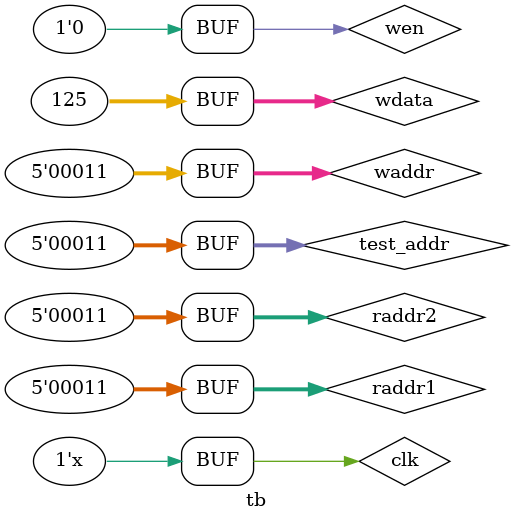
<source format=v>
`timescale 1ns / 1ps

//module tb£¬ÐÅºÅÀàÐÍÉùÃ÷£¬input¶¨ÒåÎªregÐÍ£¬output¶¨ÒåÎªwireÐÍ
module tb;
//input
    reg  clk;
    reg  wen;
    reg [4:0] raddr1;
    reg [4:0] raddr2;
    reg [4:0] waddr;
    reg [31:0] wdata;
    reg [4:0] test_addr;
//output
    wire [31:0] rdata1;
    wire [31:0] rdata2;
    wire [31:0] test_data;
//ÊµÀý»¯regfileÄ£¿é£¬Ä£¿éÊµÀý»¯Ð´·¨    
//Instantiate the unit under test
    regfile rf(
      .clk(clk),
      .wen(wen),
      .raddr1(raddr1),
      .raddr2(raddr2),
      .waddr(waddr),
      .test_addr(test_addr),
      .rdata1(rdata1),
      .rdata2(rdata2),
      .test_data(test_data)
      );
      
  initial begin
//initialize Inputs
     clk = 0;
     wen = 0;
     raddr1 = 0;
     raddr2 = 0;
     waddr = 0;
     wdata = 0;
     test_addr = 0;
//wait 100ns for global reset to finish
     #100;
//write
     #10;
     waddr = 5'H3;
     wdata = 32'H7d;
     #40;
     wen = 1'b1;
     #50;
     wen = 1'b0;

//read
     #100;
     raddr1 = 5'H3;
     #100;
     raddr2 = 5'H3;
     #100;
     test_addr = 5'H3;





end
     always #5 clk = ~clk;
endmodule

</source>
